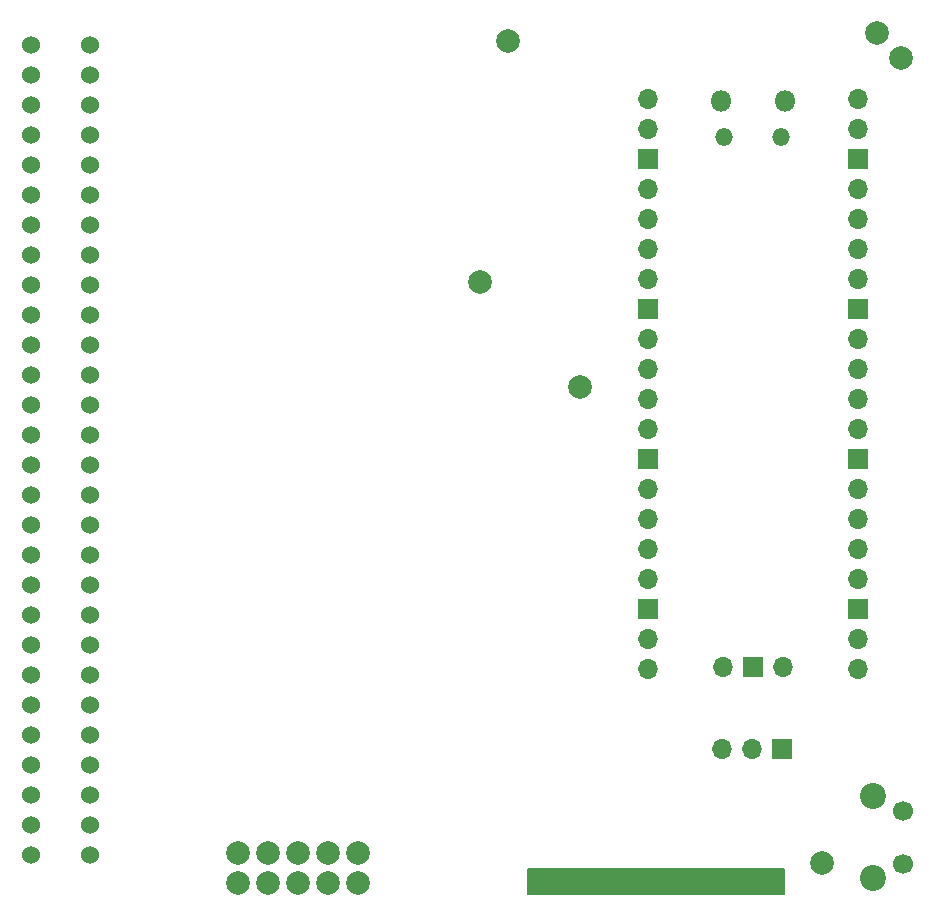
<source format=gbs>
G04 #@! TF.GenerationSoftware,KiCad,Pcbnew,6.0.11-2627ca5db0~126~ubuntu22.04.1*
G04 #@! TF.CreationDate,2023-02-16T15:19:58+00:00*
G04 #@! TF.ProjectId,srom,73726f6d-2e6b-4696-9361-645f70636258,v1.2*
G04 #@! TF.SameCoordinates,Original*
G04 #@! TF.FileFunction,Soldermask,Bot*
G04 #@! TF.FilePolarity,Negative*
%FSLAX46Y46*%
G04 Gerber Fmt 4.6, Leading zero omitted, Abs format (unit mm)*
G04 Created by KiCad (PCBNEW 6.0.11-2627ca5db0~126~ubuntu22.04.1) date 2023-02-16 15:19:58*
%MOMM*%
%LPD*%
G01*
G04 APERTURE LIST*
%ADD10C,0.150000*%
%ADD11C,2.000000*%
%ADD12R,1.700000X1.700000*%
%ADD13O,1.700000X1.700000*%
%ADD14C,2.200000*%
%ADD15C,1.700000*%
%ADD16C,1.524000*%
%ADD17O,1.800000X1.800000*%
%ADD18O,1.500000X1.500000*%
G04 APERTURE END LIST*
D10*
X91900000Y-125490000D02*
X70190000Y-125490000D01*
X70190000Y-125490000D02*
X70190000Y-123340000D01*
X70190000Y-123340000D02*
X91900000Y-123340000D01*
X91900000Y-123340000D02*
X91900000Y-125490000D01*
G36*
X91900000Y-125490000D02*
G01*
X70190000Y-125490000D01*
X70190000Y-123340000D01*
X91900000Y-123340000D01*
X91900000Y-125490000D01*
G37*
D11*
X48200000Y-122000000D03*
X45660000Y-122000000D03*
X95140000Y-122840000D03*
X50740000Y-122000000D03*
X101770000Y-54650000D03*
X53280000Y-122000000D03*
X50740000Y-124540000D03*
X68540000Y-53260000D03*
X66140000Y-73680000D03*
X45660000Y-124540000D03*
X55820000Y-122000000D03*
X99730000Y-52600000D03*
X48200000Y-124540000D03*
D12*
X91730000Y-113165000D03*
D13*
X89190000Y-113165000D03*
X86650000Y-113165000D03*
D14*
X99425000Y-124150000D03*
X99425000Y-117150000D03*
D15*
X101925000Y-118400000D03*
X101925000Y-122900000D03*
D11*
X53280000Y-124540000D03*
X74630000Y-82520000D03*
X55820000Y-124540000D03*
D16*
X28150000Y-63740000D03*
X33150000Y-63740000D03*
X33150000Y-53580000D03*
X33150000Y-56120000D03*
X33150000Y-58660000D03*
X33150000Y-61200000D03*
X33150000Y-66280000D03*
X33150000Y-68820000D03*
X33150000Y-71360000D03*
X33150000Y-73900000D03*
X33150000Y-76440000D03*
X33150000Y-78980000D03*
X33150000Y-81520000D03*
X33150000Y-84060000D03*
X33150000Y-86600000D03*
X33150000Y-89140000D03*
X33150000Y-91680000D03*
X33150000Y-94220000D03*
X33150000Y-96760000D03*
X33150000Y-99300000D03*
X33150000Y-101840000D03*
X33150000Y-104380000D03*
X33150000Y-106920000D03*
X33150000Y-109460000D03*
X33150000Y-112000000D03*
X33150000Y-114540000D03*
X33150000Y-117080000D03*
X33150000Y-119620000D03*
X33150000Y-122160000D03*
X28150000Y-53580000D03*
X28150000Y-56120000D03*
X28150000Y-58660000D03*
X28150000Y-61200000D03*
X28150000Y-66280000D03*
X28150000Y-68820000D03*
X28150000Y-71360000D03*
X28150000Y-73900000D03*
X28150000Y-76440000D03*
X28150000Y-78980000D03*
X28150000Y-81520000D03*
X28150000Y-84060000D03*
X28150000Y-86600000D03*
X28150000Y-89140000D03*
X28150000Y-91680000D03*
X28150000Y-94220000D03*
X28150000Y-96760000D03*
X28150000Y-99300000D03*
X28150000Y-101840000D03*
X28150000Y-104380000D03*
X28150000Y-106920000D03*
X28150000Y-109460000D03*
X28150000Y-112000000D03*
X28150000Y-114540000D03*
X28150000Y-117080000D03*
X28150000Y-119620000D03*
X28150000Y-122160000D03*
D17*
X91965000Y-58320000D03*
X86515000Y-58320000D03*
D18*
X91665000Y-61350000D03*
X86815000Y-61350000D03*
D13*
X80350000Y-58190000D03*
X80350000Y-60730000D03*
D12*
X80350000Y-63270000D03*
D13*
X80350000Y-65810000D03*
X80350000Y-68350000D03*
X80350000Y-70890000D03*
X80350000Y-73430000D03*
D12*
X80350000Y-75970000D03*
D13*
X80350000Y-78510000D03*
X80350000Y-81050000D03*
X80350000Y-83590000D03*
X80350000Y-86130000D03*
D12*
X80350000Y-88670000D03*
D13*
X80350000Y-91210000D03*
X80350000Y-93750000D03*
X80350000Y-96290000D03*
X80350000Y-98830000D03*
D12*
X80350000Y-101370000D03*
D13*
X80350000Y-103910000D03*
X80350000Y-106450000D03*
X98130000Y-106450000D03*
X98130000Y-103910000D03*
D12*
X98130000Y-101370000D03*
D13*
X98130000Y-98830000D03*
X98130000Y-96290000D03*
X98130000Y-93750000D03*
X98130000Y-91210000D03*
D12*
X98130000Y-88670000D03*
D13*
X98130000Y-86130000D03*
X98130000Y-83590000D03*
X98130000Y-81050000D03*
X98130000Y-78510000D03*
D12*
X98130000Y-75970000D03*
D13*
X98130000Y-73430000D03*
X98130000Y-70890000D03*
X98130000Y-68350000D03*
X98130000Y-65810000D03*
D12*
X98130000Y-63270000D03*
D13*
X98130000Y-60730000D03*
X98130000Y-58190000D03*
X86700000Y-106220000D03*
D12*
X89240000Y-106220000D03*
D13*
X91780000Y-106220000D03*
M02*

</source>
